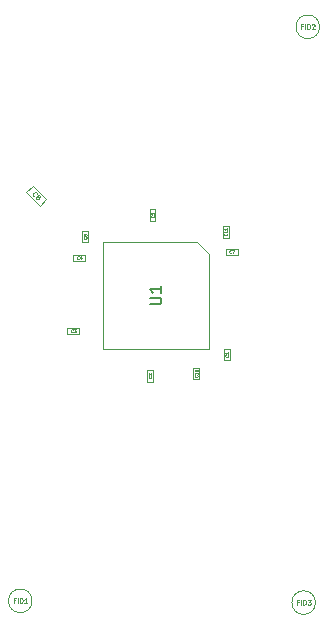
<source format=gbr>
G04 #@! TF.GenerationSoftware,KiCad,Pcbnew,8.0.1-8.0.1-1~ubuntu22.04.1*
G04 #@! TF.CreationDate,2024-04-10T22:34:19-04:00*
G04 #@! TF.ProjectId,breakout-tt4-qfn,62726561-6b6f-4757-942d-7474342d7166,3.3*
G04 #@! TF.SameCoordinates,PX2dc6c00PY42c1d80*
G04 #@! TF.FileFunction,AssemblyDrawing,Top*
%FSLAX46Y46*%
G04 Gerber Fmt 4.6, Leading zero omitted, Abs format (unit mm)*
G04 Created by KiCad (PCBNEW 8.0.1-8.0.1-1~ubuntu22.04.1) date 2024-04-10 22:34:19*
%MOMM*%
%LPD*%
G01*
G04 APERTURE LIST*
%ADD10C,0.040000*%
%ADD11C,0.060000*%
%ADD12C,0.150000*%
%ADD13C,0.100000*%
G04 APERTURE END LIST*
D10*
X28858333Y31610235D02*
X28846429Y31598330D01*
X28846429Y31598330D02*
X28810714Y31586426D01*
X28810714Y31586426D02*
X28786905Y31586426D01*
X28786905Y31586426D02*
X28751191Y31598330D01*
X28751191Y31598330D02*
X28727381Y31622140D01*
X28727381Y31622140D02*
X28715476Y31645950D01*
X28715476Y31645950D02*
X28703572Y31693569D01*
X28703572Y31693569D02*
X28703572Y31729283D01*
X28703572Y31729283D02*
X28715476Y31776902D01*
X28715476Y31776902D02*
X28727381Y31800711D01*
X28727381Y31800711D02*
X28751191Y31824521D01*
X28751191Y31824521D02*
X28786905Y31836426D01*
X28786905Y31836426D02*
X28810714Y31836426D01*
X28810714Y31836426D02*
X28846429Y31824521D01*
X28846429Y31824521D02*
X28858333Y31812616D01*
X28941667Y31836426D02*
X29108333Y31836426D01*
X29108333Y31836426D02*
X29001191Y31586426D01*
X28589765Y22958334D02*
X28601670Y22946430D01*
X28601670Y22946430D02*
X28613574Y22910715D01*
X28613574Y22910715D02*
X28613574Y22886906D01*
X28613574Y22886906D02*
X28601670Y22851192D01*
X28601670Y22851192D02*
X28577860Y22827382D01*
X28577860Y22827382D02*
X28554050Y22815477D01*
X28554050Y22815477D02*
X28506431Y22803573D01*
X28506431Y22803573D02*
X28470717Y22803573D01*
X28470717Y22803573D02*
X28423098Y22815477D01*
X28423098Y22815477D02*
X28399289Y22827382D01*
X28399289Y22827382D02*
X28375479Y22851192D01*
X28375479Y22851192D02*
X28363574Y22886906D01*
X28363574Y22886906D02*
X28363574Y22910715D01*
X28363574Y22910715D02*
X28375479Y22946430D01*
X28375479Y22946430D02*
X28387384Y22958334D01*
X28613574Y23196430D02*
X28613574Y23053573D01*
X28613574Y23125001D02*
X28363574Y23125001D01*
X28363574Y23125001D02*
X28399289Y23101192D01*
X28399289Y23101192D02*
X28423098Y23077382D01*
X28423098Y23077382D02*
X28435003Y23053573D01*
X22089765Y21158334D02*
X22101670Y21146430D01*
X22101670Y21146430D02*
X22113574Y21110715D01*
X22113574Y21110715D02*
X22113574Y21086906D01*
X22113574Y21086906D02*
X22101670Y21051192D01*
X22101670Y21051192D02*
X22077860Y21027382D01*
X22077860Y21027382D02*
X22054050Y21015477D01*
X22054050Y21015477D02*
X22006431Y21003573D01*
X22006431Y21003573D02*
X21970717Y21003573D01*
X21970717Y21003573D02*
X21923098Y21015477D01*
X21923098Y21015477D02*
X21899289Y21027382D01*
X21899289Y21027382D02*
X21875479Y21051192D01*
X21875479Y21051192D02*
X21863574Y21086906D01*
X21863574Y21086906D02*
X21863574Y21110715D01*
X21863574Y21110715D02*
X21875479Y21146430D01*
X21875479Y21146430D02*
X21887384Y21158334D01*
X21887384Y21253573D02*
X21875479Y21265477D01*
X21875479Y21265477D02*
X21863574Y21289287D01*
X21863574Y21289287D02*
X21863574Y21348811D01*
X21863574Y21348811D02*
X21875479Y21372620D01*
X21875479Y21372620D02*
X21887384Y21384525D01*
X21887384Y21384525D02*
X21911193Y21396430D01*
X21911193Y21396430D02*
X21935003Y21396430D01*
X21935003Y21396430D02*
X21970717Y21384525D01*
X21970717Y21384525D02*
X22113574Y21241668D01*
X22113574Y21241668D02*
X22113574Y21396430D01*
X16589765Y32958334D02*
X16601670Y32946430D01*
X16601670Y32946430D02*
X16613574Y32910715D01*
X16613574Y32910715D02*
X16613574Y32886906D01*
X16613574Y32886906D02*
X16601670Y32851192D01*
X16601670Y32851192D02*
X16577860Y32827382D01*
X16577860Y32827382D02*
X16554050Y32815477D01*
X16554050Y32815477D02*
X16506431Y32803573D01*
X16506431Y32803573D02*
X16470717Y32803573D01*
X16470717Y32803573D02*
X16423098Y32815477D01*
X16423098Y32815477D02*
X16399289Y32827382D01*
X16399289Y32827382D02*
X16375479Y32851192D01*
X16375479Y32851192D02*
X16363574Y32886906D01*
X16363574Y32886906D02*
X16363574Y32910715D01*
X16363574Y32910715D02*
X16375479Y32946430D01*
X16375479Y32946430D02*
X16387384Y32958334D01*
X16363574Y33172620D02*
X16363574Y33125001D01*
X16363574Y33125001D02*
X16375479Y33101192D01*
X16375479Y33101192D02*
X16387384Y33089287D01*
X16387384Y33089287D02*
X16423098Y33065477D01*
X16423098Y33065477D02*
X16470717Y33053573D01*
X16470717Y33053573D02*
X16565955Y33053573D01*
X16565955Y33053573D02*
X16589765Y33065477D01*
X16589765Y33065477D02*
X16601670Y33077382D01*
X16601670Y33077382D02*
X16613574Y33101192D01*
X16613574Y33101192D02*
X16613574Y33148811D01*
X16613574Y33148811D02*
X16601670Y33172620D01*
X16601670Y33172620D02*
X16589765Y33184525D01*
X16589765Y33184525D02*
X16565955Y33196430D01*
X16565955Y33196430D02*
X16506431Y33196430D01*
X16506431Y33196430D02*
X16482622Y33184525D01*
X16482622Y33184525D02*
X16470717Y33172620D01*
X16470717Y33172620D02*
X16458812Y33148811D01*
X16458812Y33148811D02*
X16458812Y33101192D01*
X16458812Y33101192D02*
X16470717Y33077382D01*
X16470717Y33077382D02*
X16482622Y33065477D01*
X16482622Y33065477D02*
X16506431Y33053573D01*
X15958333Y31110235D02*
X15946429Y31098330D01*
X15946429Y31098330D02*
X15910714Y31086426D01*
X15910714Y31086426D02*
X15886905Y31086426D01*
X15886905Y31086426D02*
X15851191Y31098330D01*
X15851191Y31098330D02*
X15827381Y31122140D01*
X15827381Y31122140D02*
X15815476Y31145950D01*
X15815476Y31145950D02*
X15803572Y31193569D01*
X15803572Y31193569D02*
X15803572Y31229283D01*
X15803572Y31229283D02*
X15815476Y31276902D01*
X15815476Y31276902D02*
X15827381Y31300711D01*
X15827381Y31300711D02*
X15851191Y31324521D01*
X15851191Y31324521D02*
X15886905Y31336426D01*
X15886905Y31336426D02*
X15910714Y31336426D01*
X15910714Y31336426D02*
X15946429Y31324521D01*
X15946429Y31324521D02*
X15958333Y31312616D01*
X16172619Y31253092D02*
X16172619Y31086426D01*
X16113095Y31348330D02*
X16053572Y31169759D01*
X16053572Y31169759D02*
X16208333Y31169759D01*
X15458333Y24910235D02*
X15446429Y24898330D01*
X15446429Y24898330D02*
X15410714Y24886426D01*
X15410714Y24886426D02*
X15386905Y24886426D01*
X15386905Y24886426D02*
X15351191Y24898330D01*
X15351191Y24898330D02*
X15327381Y24922140D01*
X15327381Y24922140D02*
X15315476Y24945950D01*
X15315476Y24945950D02*
X15303572Y24993569D01*
X15303572Y24993569D02*
X15303572Y25029283D01*
X15303572Y25029283D02*
X15315476Y25076902D01*
X15315476Y25076902D02*
X15327381Y25100711D01*
X15327381Y25100711D02*
X15351191Y25124521D01*
X15351191Y25124521D02*
X15386905Y25136426D01*
X15386905Y25136426D02*
X15410714Y25136426D01*
X15410714Y25136426D02*
X15446429Y25124521D01*
X15446429Y25124521D02*
X15458333Y25112616D01*
X15541667Y25136426D02*
X15696429Y25136426D01*
X15696429Y25136426D02*
X15613095Y25041188D01*
X15613095Y25041188D02*
X15648810Y25041188D01*
X15648810Y25041188D02*
X15672619Y25029283D01*
X15672619Y25029283D02*
X15684524Y25017378D01*
X15684524Y25017378D02*
X15696429Y24993569D01*
X15696429Y24993569D02*
X15696429Y24934045D01*
X15696429Y24934045D02*
X15684524Y24910235D01*
X15684524Y24910235D02*
X15672619Y24898330D01*
X15672619Y24898330D02*
X15648810Y24886426D01*
X15648810Y24886426D02*
X15577381Y24886426D01*
X15577381Y24886426D02*
X15553572Y24898330D01*
X15553572Y24898330D02*
X15541667Y24910235D01*
X22289765Y34758334D02*
X22301670Y34746430D01*
X22301670Y34746430D02*
X22313574Y34710715D01*
X22313574Y34710715D02*
X22313574Y34686906D01*
X22313574Y34686906D02*
X22301670Y34651192D01*
X22301670Y34651192D02*
X22277860Y34627382D01*
X22277860Y34627382D02*
X22254050Y34615477D01*
X22254050Y34615477D02*
X22206431Y34603573D01*
X22206431Y34603573D02*
X22170717Y34603573D01*
X22170717Y34603573D02*
X22123098Y34615477D01*
X22123098Y34615477D02*
X22099289Y34627382D01*
X22099289Y34627382D02*
X22075479Y34651192D01*
X22075479Y34651192D02*
X22063574Y34686906D01*
X22063574Y34686906D02*
X22063574Y34710715D01*
X22063574Y34710715D02*
X22075479Y34746430D01*
X22075479Y34746430D02*
X22087384Y34758334D01*
X22063574Y34984525D02*
X22063574Y34865477D01*
X22063574Y34865477D02*
X22182622Y34853573D01*
X22182622Y34853573D02*
X22170717Y34865477D01*
X22170717Y34865477D02*
X22158812Y34889287D01*
X22158812Y34889287D02*
X22158812Y34948811D01*
X22158812Y34948811D02*
X22170717Y34972620D01*
X22170717Y34972620D02*
X22182622Y34984525D01*
X22182622Y34984525D02*
X22206431Y34996430D01*
X22206431Y34996430D02*
X22265955Y34996430D01*
X22265955Y34996430D02*
X22289765Y34984525D01*
X22289765Y34984525D02*
X22301670Y34972620D01*
X22301670Y34972620D02*
X22313574Y34948811D01*
X22313574Y34948811D02*
X22313574Y34889287D01*
X22313574Y34889287D02*
X22301670Y34865477D01*
X22301670Y34865477D02*
X22289765Y34853573D01*
X28489765Y33239286D02*
X28501670Y33227382D01*
X28501670Y33227382D02*
X28513574Y33191667D01*
X28513574Y33191667D02*
X28513574Y33167858D01*
X28513574Y33167858D02*
X28501670Y33132144D01*
X28501670Y33132144D02*
X28477860Y33108334D01*
X28477860Y33108334D02*
X28454050Y33096429D01*
X28454050Y33096429D02*
X28406431Y33084525D01*
X28406431Y33084525D02*
X28370717Y33084525D01*
X28370717Y33084525D02*
X28323098Y33096429D01*
X28323098Y33096429D02*
X28299289Y33108334D01*
X28299289Y33108334D02*
X28275479Y33132144D01*
X28275479Y33132144D02*
X28263574Y33167858D01*
X28263574Y33167858D02*
X28263574Y33191667D01*
X28263574Y33191667D02*
X28275479Y33227382D01*
X28275479Y33227382D02*
X28287384Y33239286D01*
X28513574Y33477382D02*
X28513574Y33334525D01*
X28513574Y33405953D02*
X28263574Y33405953D01*
X28263574Y33405953D02*
X28299289Y33382144D01*
X28299289Y33382144D02*
X28323098Y33358334D01*
X28323098Y33358334D02*
X28335003Y33334525D01*
X28513574Y33715477D02*
X28513574Y33572620D01*
X28513574Y33644048D02*
X28263574Y33644048D01*
X28263574Y33644048D02*
X28299289Y33620239D01*
X28299289Y33620239D02*
X28323098Y33596429D01*
X28323098Y33596429D02*
X28335003Y33572620D01*
D11*
X34921429Y50777597D02*
X34788096Y50777597D01*
X34788096Y50568073D02*
X34788096Y50968073D01*
X34788096Y50968073D02*
X34978572Y50968073D01*
X35130953Y50568073D02*
X35130953Y50968073D01*
X35321429Y50568073D02*
X35321429Y50968073D01*
X35321429Y50968073D02*
X35416667Y50968073D01*
X35416667Y50968073D02*
X35473810Y50949025D01*
X35473810Y50949025D02*
X35511905Y50910930D01*
X35511905Y50910930D02*
X35530952Y50872835D01*
X35530952Y50872835D02*
X35550000Y50796644D01*
X35550000Y50796644D02*
X35550000Y50739501D01*
X35550000Y50739501D02*
X35530952Y50663311D01*
X35530952Y50663311D02*
X35511905Y50625216D01*
X35511905Y50625216D02*
X35473810Y50587120D01*
X35473810Y50587120D02*
X35416667Y50568073D01*
X35416667Y50568073D02*
X35321429Y50568073D01*
X35702381Y50929978D02*
X35721429Y50949025D01*
X35721429Y50949025D02*
X35759524Y50968073D01*
X35759524Y50968073D02*
X35854762Y50968073D01*
X35854762Y50968073D02*
X35892857Y50949025D01*
X35892857Y50949025D02*
X35911905Y50929978D01*
X35911905Y50929978D02*
X35930952Y50891882D01*
X35930952Y50891882D02*
X35930952Y50853787D01*
X35930952Y50853787D02*
X35911905Y50796644D01*
X35911905Y50796644D02*
X35683333Y50568073D01*
X35683333Y50568073D02*
X35930952Y50568073D01*
X10571429Y2177597D02*
X10438096Y2177597D01*
X10438096Y1968073D02*
X10438096Y2368073D01*
X10438096Y2368073D02*
X10628572Y2368073D01*
X10780953Y1968073D02*
X10780953Y2368073D01*
X10971429Y1968073D02*
X10971429Y2368073D01*
X10971429Y2368073D02*
X11066667Y2368073D01*
X11066667Y2368073D02*
X11123810Y2349025D01*
X11123810Y2349025D02*
X11161905Y2310930D01*
X11161905Y2310930D02*
X11180952Y2272835D01*
X11180952Y2272835D02*
X11200000Y2196644D01*
X11200000Y2196644D02*
X11200000Y2139501D01*
X11200000Y2139501D02*
X11180952Y2063311D01*
X11180952Y2063311D02*
X11161905Y2025216D01*
X11161905Y2025216D02*
X11123810Y1987120D01*
X11123810Y1987120D02*
X11066667Y1968073D01*
X11066667Y1968073D02*
X10971429Y1968073D01*
X11580952Y1968073D02*
X11352381Y1968073D01*
X11466667Y1968073D02*
X11466667Y2368073D01*
X11466667Y2368073D02*
X11428571Y2310930D01*
X11428571Y2310930D02*
X11390476Y2272835D01*
X11390476Y2272835D02*
X11352381Y2253787D01*
D10*
X25989765Y21239286D02*
X26001670Y21227382D01*
X26001670Y21227382D02*
X26013574Y21191667D01*
X26013574Y21191667D02*
X26013574Y21167858D01*
X26013574Y21167858D02*
X26001670Y21132144D01*
X26001670Y21132144D02*
X25977860Y21108334D01*
X25977860Y21108334D02*
X25954050Y21096429D01*
X25954050Y21096429D02*
X25906431Y21084525D01*
X25906431Y21084525D02*
X25870717Y21084525D01*
X25870717Y21084525D02*
X25823098Y21096429D01*
X25823098Y21096429D02*
X25799289Y21108334D01*
X25799289Y21108334D02*
X25775479Y21132144D01*
X25775479Y21132144D02*
X25763574Y21167858D01*
X25763574Y21167858D02*
X25763574Y21191667D01*
X25763574Y21191667D02*
X25775479Y21227382D01*
X25775479Y21227382D02*
X25787384Y21239286D01*
X26013574Y21477382D02*
X26013574Y21334525D01*
X26013574Y21405953D02*
X25763574Y21405953D01*
X25763574Y21405953D02*
X25799289Y21382144D01*
X25799289Y21382144D02*
X25823098Y21358334D01*
X25823098Y21358334D02*
X25835003Y21334525D01*
X25763574Y21632143D02*
X25763574Y21655953D01*
X25763574Y21655953D02*
X25775479Y21679762D01*
X25775479Y21679762D02*
X25787384Y21691667D01*
X25787384Y21691667D02*
X25811193Y21703572D01*
X25811193Y21703572D02*
X25858812Y21715477D01*
X25858812Y21715477D02*
X25918336Y21715477D01*
X25918336Y21715477D02*
X25965955Y21703572D01*
X25965955Y21703572D02*
X25989765Y21691667D01*
X25989765Y21691667D02*
X26001670Y21679762D01*
X26001670Y21679762D02*
X26013574Y21655953D01*
X26013574Y21655953D02*
X26013574Y21632143D01*
X26013574Y21632143D02*
X26001670Y21608334D01*
X26001670Y21608334D02*
X25989765Y21596429D01*
X25989765Y21596429D02*
X25965955Y21584524D01*
X25965955Y21584524D02*
X25918336Y21572620D01*
X25918336Y21572620D02*
X25858812Y21572620D01*
X25858812Y21572620D02*
X25811193Y21584524D01*
X25811193Y21584524D02*
X25787384Y21596429D01*
X25787384Y21596429D02*
X25775479Y21608334D01*
X25775479Y21608334D02*
X25763574Y21632143D01*
D12*
X21954819Y27238096D02*
X22764342Y27238096D01*
X22764342Y27238096D02*
X22859580Y27285715D01*
X22859580Y27285715D02*
X22907200Y27333334D01*
X22907200Y27333334D02*
X22954819Y27428572D01*
X22954819Y27428572D02*
X22954819Y27619048D01*
X22954819Y27619048D02*
X22907200Y27714286D01*
X22907200Y27714286D02*
X22859580Y27761905D01*
X22859580Y27761905D02*
X22764342Y27809524D01*
X22764342Y27809524D02*
X21954819Y27809524D01*
X22954819Y28809524D02*
X22954819Y28238096D01*
X22954819Y28523810D02*
X21954819Y28523810D01*
X21954819Y28523810D02*
X22097676Y28428572D01*
X22097676Y28428572D02*
X22192914Y28333334D01*
X22192914Y28333334D02*
X22240533Y28238096D01*
D11*
X34571429Y2027597D02*
X34438096Y2027597D01*
X34438096Y1818073D02*
X34438096Y2218073D01*
X34438096Y2218073D02*
X34628572Y2218073D01*
X34780953Y1818073D02*
X34780953Y2218073D01*
X34971429Y1818073D02*
X34971429Y2218073D01*
X34971429Y2218073D02*
X35066667Y2218073D01*
X35066667Y2218073D02*
X35123810Y2199025D01*
X35123810Y2199025D02*
X35161905Y2160930D01*
X35161905Y2160930D02*
X35180952Y2122835D01*
X35180952Y2122835D02*
X35200000Y2046644D01*
X35200000Y2046644D02*
X35200000Y1989501D01*
X35200000Y1989501D02*
X35180952Y1913311D01*
X35180952Y1913311D02*
X35161905Y1875216D01*
X35161905Y1875216D02*
X35123810Y1837120D01*
X35123810Y1837120D02*
X35066667Y1818073D01*
X35066667Y1818073D02*
X34971429Y1818073D01*
X35333333Y2218073D02*
X35580952Y2218073D01*
X35580952Y2218073D02*
X35447619Y2065692D01*
X35447619Y2065692D02*
X35504762Y2065692D01*
X35504762Y2065692D02*
X35542857Y2046644D01*
X35542857Y2046644D02*
X35561905Y2027597D01*
X35561905Y2027597D02*
X35580952Y1989501D01*
X35580952Y1989501D02*
X35580952Y1894263D01*
X35580952Y1894263D02*
X35561905Y1856168D01*
X35561905Y1856168D02*
X35542857Y1837120D01*
X35542857Y1837120D02*
X35504762Y1818073D01*
X35504762Y1818073D02*
X35390476Y1818073D01*
X35390476Y1818073D02*
X35352381Y1837120D01*
X35352381Y1837120D02*
X35333333Y1856168D01*
X12201154Y36395436D02*
X12174217Y36395436D01*
X12174217Y36395436D02*
X12120342Y36422373D01*
X12120342Y36422373D02*
X12093405Y36449311D01*
X12093405Y36449311D02*
X12066467Y36503186D01*
X12066467Y36503186D02*
X12066467Y36557060D01*
X12066467Y36557060D02*
X12079936Y36597466D01*
X12079936Y36597466D02*
X12120342Y36664810D01*
X12120342Y36664810D02*
X12160748Y36705216D01*
X12160748Y36705216D02*
X12228092Y36745622D01*
X12228092Y36745622D02*
X12268498Y36759091D01*
X12268498Y36759091D02*
X12322373Y36759091D01*
X12322373Y36759091D02*
X12376247Y36732153D01*
X12376247Y36732153D02*
X12403185Y36705216D01*
X12403185Y36705216D02*
X12430122Y36651341D01*
X12430122Y36651341D02*
X12430122Y36624404D01*
X12497466Y36368499D02*
X12483997Y36408905D01*
X12483997Y36408905D02*
X12483997Y36435842D01*
X12483997Y36435842D02*
X12497466Y36476248D01*
X12497466Y36476248D02*
X12510934Y36489717D01*
X12510934Y36489717D02*
X12551341Y36503186D01*
X12551341Y36503186D02*
X12578278Y36503186D01*
X12578278Y36503186D02*
X12618684Y36489717D01*
X12618684Y36489717D02*
X12672559Y36435842D01*
X12672559Y36435842D02*
X12686028Y36395436D01*
X12686028Y36395436D02*
X12686028Y36368499D01*
X12686028Y36368499D02*
X12672559Y36328092D01*
X12672559Y36328092D02*
X12659090Y36314624D01*
X12659090Y36314624D02*
X12618684Y36301155D01*
X12618684Y36301155D02*
X12591747Y36301155D01*
X12591747Y36301155D02*
X12551341Y36314624D01*
X12551341Y36314624D02*
X12497466Y36368499D01*
X12497466Y36368499D02*
X12457060Y36381967D01*
X12457060Y36381967D02*
X12430122Y36381967D01*
X12430122Y36381967D02*
X12389716Y36368499D01*
X12389716Y36368499D02*
X12335841Y36314624D01*
X12335841Y36314624D02*
X12322373Y36274218D01*
X12322373Y36274218D02*
X12322373Y36247280D01*
X12322373Y36247280D02*
X12335841Y36206874D01*
X12335841Y36206874D02*
X12389716Y36152999D01*
X12389716Y36152999D02*
X12430122Y36139531D01*
X12430122Y36139531D02*
X12457060Y36139531D01*
X12457060Y36139531D02*
X12497466Y36152999D01*
X12497466Y36152999D02*
X12551341Y36206874D01*
X12551341Y36206874D02*
X12564809Y36247280D01*
X12564809Y36247280D02*
X12564809Y36274218D01*
X12564809Y36274218D02*
X12551341Y36314624D01*
D13*
X28400000Y31950000D02*
X29400000Y31950000D01*
X28400000Y31450000D02*
X28400000Y31950000D01*
X29400000Y31950000D02*
X29400000Y31450000D01*
X29400000Y31450000D02*
X28400000Y31450000D01*
X28250000Y23500000D02*
X28750000Y23500000D01*
X28250000Y22500000D02*
X28250000Y23500000D01*
X28750000Y23500000D02*
X28750000Y22500000D01*
X28750000Y22500000D02*
X28250000Y22500000D01*
X21750000Y21700000D02*
X22250000Y21700000D01*
X21750000Y20700000D02*
X21750000Y21700000D01*
X22250000Y21700000D02*
X22250000Y20700000D01*
X22250000Y20700000D02*
X21750000Y20700000D01*
X16250000Y33500000D02*
X16750000Y33500000D01*
X16250000Y32500000D02*
X16250000Y33500000D01*
X16750000Y33500000D02*
X16750000Y32500000D01*
X16750000Y32500000D02*
X16250000Y32500000D01*
X15500000Y31450000D02*
X16500000Y31450000D01*
X15500000Y30950000D02*
X15500000Y31450000D01*
X16500000Y31450000D02*
X16500000Y30950000D01*
X16500000Y30950000D02*
X15500000Y30950000D01*
X15000000Y25250000D02*
X16000000Y25250000D01*
X15000000Y24750000D02*
X15000000Y25250000D01*
X16000000Y25250000D02*
X16000000Y24750000D01*
X16000000Y24750000D02*
X15000000Y24750000D01*
X21950000Y35300000D02*
X22450000Y35300000D01*
X21950000Y34300000D02*
X21950000Y35300000D01*
X22450000Y35300000D02*
X22450000Y34300000D01*
X22450000Y34300000D02*
X21950000Y34300000D01*
X28150000Y33900000D02*
X28650000Y33900000D01*
X28150000Y32900000D02*
X28150000Y33900000D01*
X28650000Y33900000D02*
X28650000Y32900000D01*
X28650000Y32900000D02*
X28150000Y32900000D01*
X36350000Y50750000D02*
G75*
G02*
X34350000Y50750000I-1000000J0D01*
G01*
X34350000Y50750000D02*
G75*
G02*
X36350000Y50750000I1000000J0D01*
G01*
X12000000Y2150000D02*
G75*
G02*
X10000000Y2150000I-1000000J0D01*
G01*
X10000000Y2150000D02*
G75*
G02*
X12000000Y2150000I1000000J0D01*
G01*
X25650000Y21900000D02*
X26150000Y21900000D01*
X25650000Y20900000D02*
X25650000Y21900000D01*
X26150000Y21900000D02*
X26150000Y20900000D01*
X26150000Y20900000D02*
X25650000Y20900000D01*
X18000000Y32500000D02*
X26000000Y32500000D01*
X18000000Y23500000D02*
X18000000Y32500000D01*
X26000000Y32500000D02*
X27000000Y31500000D01*
X27000000Y31500000D02*
X27000000Y23500000D01*
X27000000Y23500000D02*
X18000000Y23500000D01*
X36000000Y2000000D02*
G75*
G02*
X34000000Y2000000I-1000000J0D01*
G01*
X34000000Y2000000D02*
G75*
G02*
X36000000Y2000000I1000000J0D01*
G01*
X11501472Y36732843D02*
X12067157Y37298528D01*
X12067157Y37298528D02*
X13198528Y36167157D01*
X12632843Y35601472D02*
X11501472Y36732843D01*
X13198528Y36167157D02*
X12632843Y35601472D01*
M02*

</source>
